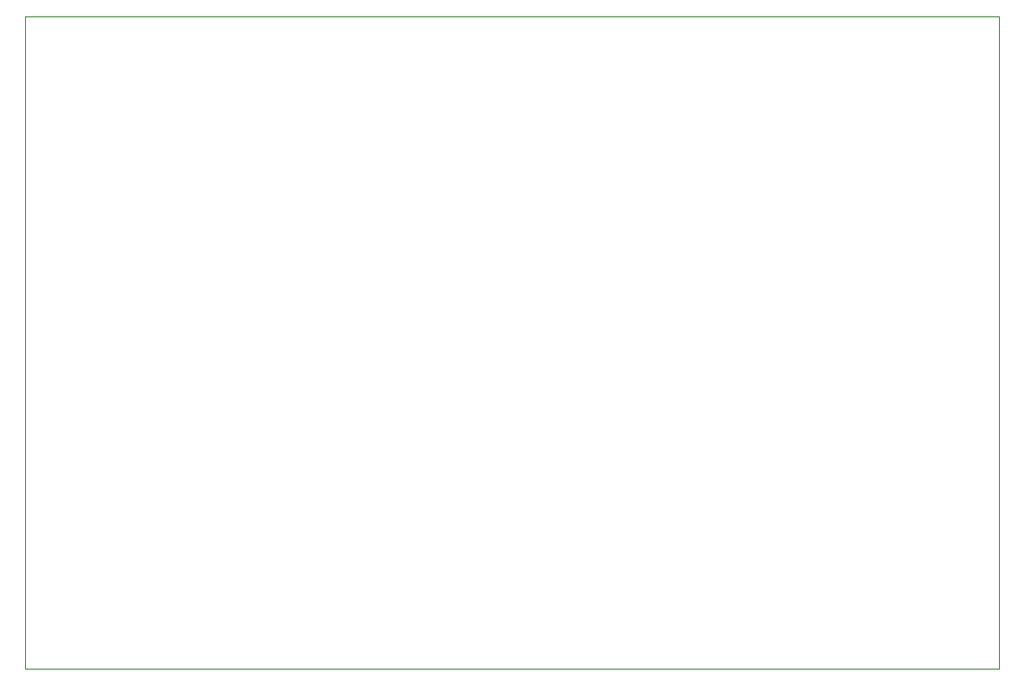
<source format=gm1>
G04 #@! TF.GenerationSoftware,KiCad,Pcbnew,(5.1.9)-1*
G04 #@! TF.CreationDate,2021-06-19T06:27:32+02:00*
G04 #@! TF.ProjectId,ZXUnCore,5a58556e-436f-4726-952e-6b696361645f,rev?*
G04 #@! TF.SameCoordinates,Original*
G04 #@! TF.FileFunction,Profile,NP*
%FSLAX46Y46*%
G04 Gerber Fmt 4.6, Leading zero omitted, Abs format (unit mm)*
G04 Created by KiCad (PCBNEW (5.1.9)-1) date 2021-06-19 06:27:32*
%MOMM*%
%LPD*%
G01*
G04 APERTURE LIST*
G04 #@! TA.AperFunction,Profile*
%ADD10C,0.050000*%
G04 #@! TD*
G04 APERTURE END LIST*
D10*
X100845621Y-120940000D02*
X185704180Y-120940000D01*
X100845621Y-120940000D02*
X100040000Y-120940000D01*
X100845621Y-63591441D02*
X100040000Y-63591441D01*
X100040000Y-63591441D02*
X100040000Y-120940000D01*
X185704180Y-120940000D02*
X185704180Y-63591441D01*
X185704180Y-63591441D02*
X100845621Y-63591441D01*
M02*

</source>
